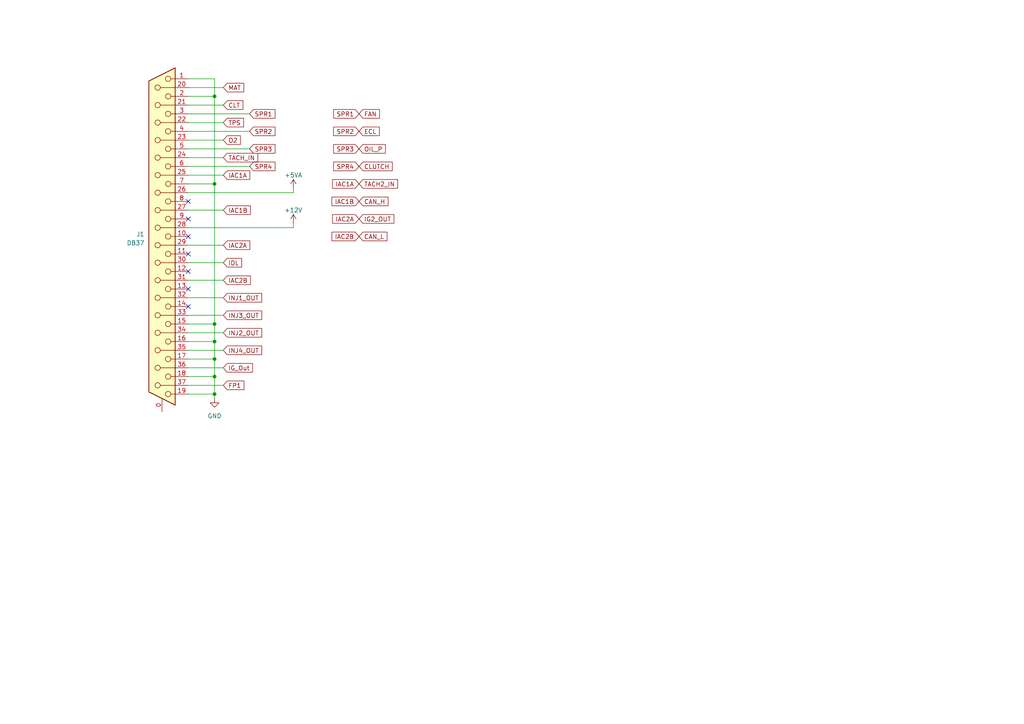
<source format=kicad_sch>
(kicad_sch (version 20230121) (generator eeschema)
  (paper "A4")
  (lib_symbols
    (symbol "Connector:DC37_Receptacle_MountingHoles" (pin_names (offset 1.016) hide)
      (property "Reference" "J" (at 0 52.07 0))
      (property "Value" "DC37_Receptacle_MountingHoles" (at 0 50.165 0))
      (symbol "DC37_Receptacle_MountingHoles_0_1"
        (circle (center -1.778 -45.72) (radius 0.762))
        (circle (center -1.778 -40.64) (radius 0.762))
        (circle (center -1.778 -35.56) (radius 0.762))
        (circle (center -1.778 -30.48) (radius 0.762))
        (circle (center -1.778 -25.4) (radius 0.762))
        (circle (center -1.778 -20.32) (radius 0.762))
        (circle (center -1.778 -15.24) (radius 0.762))
        (circle (center -1.778 -10.16) (radius 0.762))
        (circle (center -1.778 -5.08) (radius 0.762))
        (circle (center -1.778 0) (radius 0.762))
        (circle (center -1.778 5.08) (radius 0.762))
        (circle (center -1.778 10.16) (radius 0.762))
        (circle (center -1.778 15.24) (radius 0.762))
        (circle (center -1.778 20.32) (radius 0.762))
        (circle (center -1.778 25.4) (radius 0.762))
        (circle (center -1.778 30.48) (radius 0.762))
        (circle (center -1.778 35.56) (radius 0.762))
        (circle (center -1.778 40.64) (radius 0.762))
        (circle (center -1.778 45.72) (radius 0.762))
        (polyline (pts (xy -3.81 -45.72) (xy -2.54 -45.72)))
        (polyline (pts (xy -3.81 -43.18) (xy 0.508 -43.18)))
        (polyline (pts (xy -3.81 -40.64) (xy -2.54 -40.64)))
        (polyline (pts (xy -3.81 -38.1) (xy 0.508 -38.1)))
        (polyline (pts (xy -3.81 -35.56) (xy -2.54 -35.56)))
        (polyline (pts (xy -3.81 -33.02) (xy 0.508 -33.02)))
        (polyline (pts (xy -3.81 -30.48) (xy -2.54 -30.48)))
        (polyline (pts (xy -3.81 -27.94) (xy 0.508 -27.94)))
        (polyline (pts (xy -3.81 -25.4) (xy -2.54 -25.4)))
        (polyline (pts (xy -3.81 -22.86) (xy 0.508 -22.86)))
        (polyline (pts (xy -3.81 -20.32) (xy -2.54 -20.32)))
        (polyline (pts (xy -3.81 -17.78) (xy 0.508 -17.78)))
        (polyline (pts (xy -3.81 -15.24) (xy -2.54 -15.24)))
        (polyline (pts (xy -3.81 -12.7) (xy 0.508 -12.7)))
        (polyline (pts (xy -3.81 -10.16) (xy -2.54 -10.16)))
        (polyline (pts (xy -3.81 -7.62) (xy 0.508 -7.62)))
        (polyline (pts (xy -3.81 -5.08) (xy -2.54 -5.08)))
        (polyline (pts (xy -3.81 -2.54) (xy 0.508 -2.54)))
        (polyline (pts (xy -3.81 0) (xy -2.54 0)))
        (polyline (pts (xy -3.81 2.54) (xy 0.508 2.54)))
        (polyline (pts (xy -3.81 5.08) (xy -2.54 5.08)))
        (polyline (pts (xy -3.81 7.62) (xy 0.508 7.62)))
        (polyline (pts (xy -3.81 10.16) (xy -2.54 10.16)))
        (polyline (pts (xy -3.81 12.7) (xy 0.508 12.7)))
        (polyline (pts (xy -3.81 15.24) (xy -2.54 15.24)))
        (polyline (pts (xy -3.81 17.78) (xy 0.508 17.78)))
        (polyline (pts (xy -3.81 20.32) (xy -2.54 20.32)))
        (polyline (pts (xy -3.81 22.86) (xy 0.508 22.86)))
        (polyline (pts (xy -3.81 25.4) (xy -2.54 25.4)))
        (polyline (pts (xy -3.81 27.94) (xy 0.508 27.94)))
        (polyline (pts (xy -3.81 30.48) (xy -2.54 30.48)))
        (polyline (pts (xy -3.81 33.02) (xy 0.508 33.02)))
        (polyline (pts (xy -3.81 35.56) (xy -2.54 35.56)))
        (polyline (pts (xy -3.81 38.1) (xy 0.508 38.1)))
        (polyline (pts (xy -3.81 40.64) (xy -2.54 40.64)))
        (polyline (pts (xy -3.81 43.18) (xy 0.508 43.18)))
        (polyline (pts (xy -3.81 45.72) (xy -2.54 45.72)))
        (polyline (pts (xy -3.81 -48.895) (xy 3.81 -45.085) (xy 3.81 45.085) (xy -3.81 48.895) (xy -3.81 -48.895)) (stroke (width 0.254)) (fill (type background)))
        (circle (center 1.27 -43.18) (radius 0.762))
        (circle (center 1.27 -38.1) (radius 0.762))
        (circle (center 1.27 -33.02) (radius 0.762))
        (circle (center 1.27 -27.94) (radius 0.762))
        (circle (center 1.27 -22.86) (radius 0.762))
        (circle (center 1.27 -17.78) (radius 0.762))
        (circle (center 1.27 -12.7) (radius 0.762))
        (circle (center 1.27 -7.62) (radius 0.762))
        (circle (center 1.27 -2.54) (radius 0.762))
        (circle (center 1.27 2.54) (radius 0.762))
        (circle (center 1.27 7.62) (radius 0.762))
        (circle (center 1.27 12.7) (radius 0.762))
        (circle (center 1.27 17.78) (radius 0.762))
        (circle (center 1.27 22.86) (radius 0.762))
        (circle (center 1.27 27.94) (radius 0.762))
        (circle (center 1.27 33.02) (radius 0.762))
        (circle (center 1.27 38.1) (radius 0.762))
        (circle (center 1.27 43.18) (radius 0.762))
      )
      (symbol "DC37_Receptacle_MountingHoles_1_1"
        (pin passive line (at 0 -50.8 90) (length 3.81) (name "PAD") (number "0"))
        (pin passive line (at -7.62 45.72 0) (length 3.81) (name "1") (number "1"))
        (pin passive line (at -7.62 0 0) (length 3.81) (name "10") (number "10"))
        (pin passive line (at -7.62 -5.08 0) (length 3.81) (name "11") (number "11"))
        (pin passive line (at -7.62 -10.16 0) (length 3.81) (name "12") (number "12"))
        (pin passive line (at -7.62 -15.24 0) (length 3.81) (name "13") (number "13"))
        (pin passive line (at -7.62 -20.32 0) (length 3.81) (name "14") (number "14"))
        (pin passive line (at -7.62 -25.4 0) (length 3.81) (name "15") (number "15"))
        (pin passive line (at -7.62 -30.48 0) (length 3.81) (name "16") (number "16"))
        (pin passive line (at -7.62 -35.56 0) (length 3.81) (name "17") (number "17"))
        (pin passive line (at -7.62 -40.64 0) (length 3.81) (name "18") (number "18"))
        (pin passive line (at -7.62 -45.72 0) (length 3.81) (name "19") (number "19"))
        (pin passive line (at -7.62 40.64 0) (length 3.81) (name "2") (number "2"))
        (pin passive line (at -7.62 43.18 0) (length 3.81) (name "20") (number "20"))
        (pin passive line (at -7.62 38.1 0) (length 3.81) (name "21") (number "21"))
        (pin passive line (at -7.62 33.02 0) (length 3.81) (name "22") (number "22"))
        (pin passive line (at -7.62 27.94 0) (length 3.81) (name "23") (number "23"))
        (pin passive line (at -7.62 22.86 0) (length 3.81) (name "24") (number "24"))
        (pin passive line (at -7.62 17.78 0) (length 3.81) (name "25") (number "25"))
        (pin passive line (at -7.62 12.7 0) (length 3.81) (name "26") (number "26"))
        (pin passive line (at -7.62 7.62 0) (length 3.81) (name "27") (number "27"))
        (pin passive line (at -7.62 2.54 0) (length 3.81) (name "28") (number "28"))
        (pin passive line (at -7.62 -2.54 0) (length 3.81) (name "29") (number "29"))
        (pin passive line (at -7.62 35.56 0) (length 3.81) (name "3") (number "3"))
        (pin passive line (at -7.62 -7.62 0) (length 3.81) (name "30") (number "30"))
        (pin passive line (at -7.62 -12.7 0) (length 3.81) (name "31") (number "31"))
        (pin passive line (at -7.62 -17.78 0) (length 3.81) (name "32") (number "32"))
        (pin passive line (at -7.62 -22.86 0) (length 3.81) (name "33") (number "33"))
        (pin passive line (at -7.62 -27.94 0) (length 3.81) (name "34") (number "34"))
        (pin passive line (at -7.62 -33.02 0) (length 3.81) (name "35") (number "35"))
        (pin passive line (at -7.62 -38.1 0) (length 3.81) (name "36") (number "36"))
        (pin passive line (at -7.62 -43.18 0) (length 3.81) (name "37") (number "37"))
        (pin passive line (at -7.62 30.48 0) (length 3.81) (name "4") (number "4"))
        (pin passive line (at -7.62 25.4 0) (length 3.81) (name "5") (number "5"))
        (pin passive line (at -7.62 20.32 0) (length 3.81) (name "6") (number "6"))
        (pin passive line (at -7.62 15.24 0) (length 3.81) (name "7") (number "7"))
        (pin passive line (at -7.62 10.16 0) (length 3.81) (name "8") (number "8"))
        (pin passive line (at -7.62 5.08 0) (length 3.81) (name "9") (number "9"))
      )
    )
    (symbol "power:+12V" (power) (pin_names (offset 0))
      (property "Value" "+12V" (at 0 3.556 0))
      (symbol "+12V_0_1"
        (polyline (pts (xy -0.762 1.27) (xy 0 2.54)))
        (polyline (pts (xy 0 0) (xy 0 2.54)))
        (polyline (pts (xy 0 2.54) (xy 0.762 1.27)))
      )
      (symbol "+12V_1_1"
        (pin power_in line (at 0 0 90) (length 0) hide (name "+12V") (number "1"))
      )
    )
    (symbol "power:+5VA" (power) (pin_names (offset 0))
      (property "Value" "+5VA" (at 0 3.556 0))
      (symbol "+5VA_0_1"
        (polyline (pts (xy -0.762 1.27) (xy 0 2.54)))
        (polyline (pts (xy 0 0) (xy 0 2.54)))
        (polyline (pts (xy 0 2.54) (xy 0.762 1.27)))
      )
      (symbol "+5VA_1_1"
        (pin power_in line (at 0 0 90) (length 0) hide (name "+5VA") (number "1"))
      )
    )
    (symbol "power:GND" (power) (pin_names (offset 0))
      (property "Value" "GND" (at 0 -3.81 0))
      (symbol "GND_0_1"
        (polyline (pts (xy 0 0) (xy 0 -1.27) (xy 1.27 -1.27) (xy 0 -2.54) (xy -1.27 -1.27) (xy 0 -1.27)))
      )
      (symbol "GND_1_1"
        (pin power_in line (at 0 0 270) (length 0) hide (name "GND") (number "1"))
      )
    )
  )
  (junction (at 62.23 27.94))
  (junction (at 62.23 109.22))
  (junction (at 62.23 93.98))
  (junction (at 62.23 104.14))
  (junction (at 62.23 114.3))
  (junction (at 62.23 53.34))
  (junction (at 62.23 99.06))
  (no_connect (at 54.61 78.74))
  (no_connect (at 54.61 63.5))
  (no_connect (at 54.61 68.58))
  (no_connect (at 54.61 88.9))
  (no_connect (at 54.61 73.66))
  (no_connect (at 54.61 58.42))
  (no_connect (at 54.61 83.82))
  (wire (pts (xy 54.61 50.8) (xy 64.77 50.8)))
  (wire (pts (xy 54.61 25.4) (xy 64.77 25.4)))
  (wire (pts (xy 62.23 93.98) (xy 54.61 93.98)))
  (wire (pts (xy 54.61 66.04) (xy 85.09 66.04)))
  (wire (pts (xy 54.61 91.44) (xy 64.77 91.44)))
  (wire (pts (xy 54.61 40.64) (xy 64.77 40.64)))
  (wire (pts (xy 54.61 71.12) (xy 64.77 71.12)))
  (wire (pts (xy 62.23 27.94) (xy 62.23 53.34)))
  (wire (pts (xy 62.23 93.98) (xy 62.23 99.06)))
  (wire (pts (xy 62.23 22.86) (xy 62.23 27.94)))
  (wire (pts (xy 54.61 33.02) (xy 72.39 33.02)))
  (wire (pts (xy 54.61 55.88) (xy 85.09 55.88)))
  (wire (pts (xy 62.23 53.34) (xy 54.61 53.34)))
  (wire (pts (xy 85.09 64.77) (xy 85.09 66.04)))
  (wire (pts (xy 62.23 53.34) (xy 62.23 93.98)))
  (wire (pts (xy 62.23 104.14) (xy 62.23 109.22)))
  (wire (pts (xy 62.23 99.06) (xy 62.23 104.14)))
  (wire (pts (xy 62.23 114.3) (xy 54.61 114.3)))
  (wire (pts (xy 54.61 101.6) (xy 64.77 101.6)))
  (wire (pts (xy 62.23 104.14) (xy 54.61 104.14)))
  (wire (pts (xy 62.23 99.06) (xy 54.61 99.06)))
  (wire (pts (xy 54.61 96.52) (xy 64.77 96.52)))
  (wire (pts (xy 54.61 45.72) (xy 64.77 45.72)))
  (wire (pts (xy 54.61 43.18) (xy 72.39 43.18)))
  (wire (pts (xy 85.09 54.61) (xy 85.09 55.88)))
  (wire (pts (xy 62.23 109.22) (xy 54.61 109.22)))
  (wire (pts (xy 54.61 48.26) (xy 72.39 48.26)))
  (wire (pts (xy 54.61 60.96) (xy 64.77 60.96)))
  (wire (pts (xy 54.61 38.1) (xy 72.39 38.1)))
  (wire (pts (xy 54.61 22.86) (xy 62.23 22.86)))
  (wire (pts (xy 54.61 30.48) (xy 64.77 30.48)))
  (wire (pts (xy 62.23 114.3) (xy 62.23 115.57)))
  (wire (pts (xy 54.61 35.56) (xy 64.77 35.56)))
  (wire (pts (xy 62.23 109.22) (xy 62.23 114.3)))
  (wire (pts (xy 62.23 27.94) (xy 54.61 27.94)))
  (wire (pts (xy 54.61 76.2) (xy 64.77 76.2)))
  (wire (pts (xy 54.61 81.28) (xy 64.77 81.28)))
  (wire (pts (xy 54.61 106.68) (xy 64.77 106.68)))
  (wire (pts (xy 54.61 86.36) (xy 64.77 86.36)))
  (wire (pts (xy 54.61 111.76) (xy 64.77 111.76)))
  (global_label "SPR1" (shape input) (at 104.14 33.02 180) (property "Intersheetrefs" "${INTERSHEET_REFS}" (effects hide)))
  (global_label "INJ1_OUT" (shape input) (at 64.77 86.36 0) (property "Intersheetrefs" "${INTERSHEET_REFS}" (effects hide)))
  (global_label "INJ4_OUT" (shape input) (at 64.77 101.6 0) (property "Intersheetrefs" "${INTERSHEET_REFS}" (effects hide)))
  (global_label "SPR3" (shape input) (at 104.14 43.18 180) (property "Intersheetrefs" "${INTERSHEET_REFS}" (effects hide)))
  (global_label "TACH_IN" (shape input) (at 64.77 45.72 0) (property "Intersheetrefs" "${INTERSHEET_REFS}" (effects hide)))
  (global_label "IAC1A" (shape input) (at 64.77 50.8 0) (property "Intersheetrefs" "${INTERSHEET_REFS}" (effects hide)))
  (global_label "MAT" (shape input) (at 64.77 25.4 0) (property "Intersheetrefs" "${INTERSHEET_REFS}" (effects hide)))
  (global_label "ECL" (shape input) (at 104.14 38.1 0) (property "Intersheetrefs" "${INTERSHEET_REFS}" (effects hide)))
  (global_label "IAC1B" (shape input) (at 64.77 60.96 0) (property "Intersheetrefs" "${INTERSHEET_REFS}" (effects hide)))
  (global_label "FP1" (shape input) (at 64.77 111.76 0) (property "Intersheetrefs" "${INTERSHEET_REFS}" (effects hide)))
  (global_label "IAC1A" (shape input) (at 104.14 53.34 180) (property "Intersheetrefs" "${INTERSHEET_REFS}" (effects hide)))
  (global_label "INJ2_OUT" (shape input) (at 64.77 96.52 0) (property "Intersheetrefs" "${INTERSHEET_REFS}" (effects hide)))
  (global_label "CLT" (shape input) (at 64.77 30.48 0) (property "Intersheetrefs" "${INTERSHEET_REFS}" (effects hide)))
  (global_label "SPR4" (shape input) (at 104.14 48.26 180) (property "Intersheetrefs" "${INTERSHEET_REFS}" (effects hide)))
  (global_label "SPR2" (shape input) (at 72.39 38.1 0) (property "Intersheetrefs" "${INTERSHEET_REFS}" (effects hide)))
  (global_label "TPS" (shape input) (at 64.77 35.56 0) (property "Intersheetrefs" "${INTERSHEET_REFS}" (effects hide)))
  (global_label "TACH2_IN" (shape input) (at 104.14 53.34 0) (property "Intersheetrefs" "${INTERSHEET_REFS}" (effects hide)))
  (global_label "IAC1B" (shape input) (at 104.14 58.42 180) (property "Intersheetrefs" "${INTERSHEET_REFS}" (effects hide)))
  (global_label "OIL_P" (shape input) (at 104.14 43.18 0) (property "Intersheetrefs" "${INTERSHEET_REFS}" (effects hide)))
  (global_label "FAN" (shape input) (at 104.14 33.02 0) (property "Intersheetrefs" "${INTERSHEET_REFS}" (effects hide)))
  (global_label "SPR1" (shape input) (at 72.39 33.02 0) (property "Intersheetrefs" "${INTERSHEET_REFS}" (effects hide)))
  (global_label "CAN_L" (shape input) (at 104.14 68.58 0) (property "Intersheetrefs" "${INTERSHEET_REFS}" (effects hide)))
  (global_label "IAC2A" (shape input) (at 64.77 71.12 0) (property "Intersheetrefs" "${INTERSHEET_REFS}" (effects hide)))
  (global_label "IAC2B" (shape input) (at 64.77 81.28 0) (property "Intersheetrefs" "${INTERSHEET_REFS}" (effects hide)))
  (global_label "IG_Out" (shape input) (at 64.77 106.68 0) (property "Intersheetrefs" "${INTERSHEET_REFS}" (effects hide)))
  (global_label "IAC2A" (shape input) (at 104.14 63.5 180) (property "Intersheetrefs" "${INTERSHEET_REFS}" (effects hide)))
  (global_label "IDL" (shape input) (at 64.77 76.2 0) (property "Intersheetrefs" "${INTERSHEET_REFS}" (effects hide)))
  (global_label "IG2_OUT" (shape input) (at 104.14 63.5 0) (property "Intersheetrefs" "${INTERSHEET_REFS}" (effects hide)))
  (global_label "O2" (shape input) (at 64.77 40.64 0) (property "Intersheetrefs" "${INTERSHEET_REFS}" (effects hide)))
  (global_label "IAC2B" (shape input) (at 104.14 68.58 180) (property "Intersheetrefs" "${INTERSHEET_REFS}" (effects hide)))
  (global_label "INJ3_OUT" (shape input) (at 64.77 91.44 0) (property "Intersheetrefs" "${INTERSHEET_REFS}" (effects hide)))
  (global_label "SPR4" (shape input) (at 72.39 48.26 0) (property "Intersheetrefs" "${INTERSHEET_REFS}" (effects hide)))
  (global_label "CAN_H" (shape input) (at 104.14 58.42 0) (property "Intersheetrefs" "${INTERSHEET_REFS}" (effects hide)))
  (global_label "SPR2" (shape input) (at 104.14 38.1 180) (property "Intersheetrefs" "${INTERSHEET_REFS}" (effects hide)))
  (global_label "CLUTCH" (shape input) (at 104.14 48.26 0) (property "Intersheetrefs" "${INTERSHEET_REFS}" (effects hide)))
  (global_label "SPR3" (shape input) (at 72.39 43.18 0) (property "Intersheetrefs" "${INTERSHEET_REFS}" (effects hide)))
  (symbol (lib_id "power:+5VA") (at 85.09 54.61 0) (unit 1)
    (property "Reference" "#PWR020" (effects hide))
    (property "Value" "+5VA" (at 85.09 50.8 0))
  )
  (symbol (lib_id "power:+12V") (at 85.09 64.77 0) (unit 1)
    (property "Reference" "#PWR019" (effects hide))
    (property "Value" "+12V" (at 85.09 60.96 0))
  )
  (symbol (lib_id "Connector:DC37_Receptacle_MountingHoles") (at 46.99 68.58 0) (mirror y) (unit 1)
    (property "Reference" "J1" (at 41.91 67.945 0) (effects (justify left)))
    (property "Value" "DB37" (at 41.91 70.485 0) (effects (justify left)))
    (property "Datasheet" " ~" (effects hide))
    (instances (project "pico-efi" (path "" (reference "J1") (unit 1)) (path "" (reference "J2") (unit 1))))
  )
  (symbol (lib_id "power:GND") (at 62.23 115.57 0) (unit 1)
    (property "Reference" "#PWR018" (effects hide))
    (property "Value" "GND" (at 62.23 120.65 0))
  )
)
</source>
